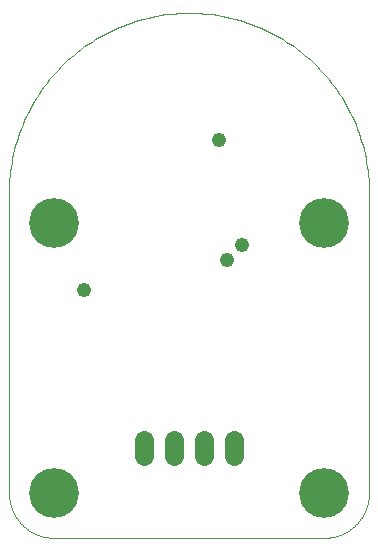
<source format=gbs>
G75*
%MOIN*%
%OFA0B0*%
%FSLAX25Y25*%
%IPPOS*%
%LPD*%
%AMOC8*
5,1,8,0,0,1.08239X$1,22.5*
%
%ADD10C,0.00000*%
%ADD11C,0.06343*%
%ADD12C,0.16611*%
%ADD13C,0.04800*%
D10*
X0001500Y0016500D02*
X0001500Y0116500D01*
X0001518Y0117961D01*
X0001571Y0119421D01*
X0001660Y0120880D01*
X0001784Y0122336D01*
X0001944Y0123788D01*
X0002139Y0125236D01*
X0002370Y0126679D01*
X0002635Y0128116D01*
X0002935Y0129546D01*
X0003270Y0130968D01*
X0003640Y0132382D01*
X0004044Y0133786D01*
X0004482Y0135180D01*
X0004954Y0136563D01*
X0005459Y0137934D01*
X0005998Y0139292D01*
X0006569Y0140637D01*
X0007173Y0141967D01*
X0007809Y0143283D01*
X0008477Y0144582D01*
X0009177Y0145865D01*
X0009908Y0147130D01*
X0010669Y0148378D01*
X0011460Y0149606D01*
X0012281Y0150815D01*
X0013131Y0152003D01*
X0014010Y0153170D01*
X0014917Y0154316D01*
X0015852Y0155439D01*
X0016814Y0156539D01*
X0017802Y0157615D01*
X0018816Y0158667D01*
X0019856Y0159694D01*
X0020920Y0160695D01*
X0022008Y0161671D01*
X0023120Y0162619D01*
X0024254Y0163540D01*
X0025411Y0164433D01*
X0026588Y0165297D01*
X0027787Y0166133D01*
X0029006Y0166939D01*
X0030244Y0167716D01*
X0031500Y0168462D01*
X0032774Y0169177D01*
X0034065Y0169861D01*
X0035373Y0170513D01*
X0036696Y0171133D01*
X0038034Y0171721D01*
X0039385Y0172276D01*
X0040750Y0172798D01*
X0042127Y0173286D01*
X0043516Y0173741D01*
X0044915Y0174162D01*
X0046324Y0174549D01*
X0047742Y0174901D01*
X0049168Y0175219D01*
X0050602Y0175502D01*
X0052042Y0175750D01*
X0053487Y0175963D01*
X0054938Y0176140D01*
X0056392Y0176282D01*
X0057849Y0176389D01*
X0059309Y0176460D01*
X0060769Y0176496D01*
X0062231Y0176496D01*
X0063691Y0176460D01*
X0065151Y0176389D01*
X0066608Y0176282D01*
X0068062Y0176140D01*
X0069513Y0175963D01*
X0070958Y0175750D01*
X0072398Y0175502D01*
X0073832Y0175219D01*
X0075258Y0174901D01*
X0076676Y0174549D01*
X0078085Y0174162D01*
X0079484Y0173741D01*
X0080873Y0173286D01*
X0082250Y0172798D01*
X0083615Y0172276D01*
X0084966Y0171721D01*
X0086304Y0171133D01*
X0087627Y0170513D01*
X0088935Y0169861D01*
X0090226Y0169177D01*
X0091500Y0168462D01*
X0092756Y0167716D01*
X0093994Y0166939D01*
X0095213Y0166133D01*
X0096412Y0165297D01*
X0097589Y0164433D01*
X0098746Y0163540D01*
X0099880Y0162619D01*
X0100992Y0161671D01*
X0102080Y0160695D01*
X0103144Y0159694D01*
X0104184Y0158667D01*
X0105198Y0157615D01*
X0106186Y0156539D01*
X0107148Y0155439D01*
X0108083Y0154316D01*
X0108990Y0153170D01*
X0109869Y0152003D01*
X0110719Y0150815D01*
X0111540Y0149606D01*
X0112331Y0148378D01*
X0113092Y0147130D01*
X0113823Y0145865D01*
X0114523Y0144582D01*
X0115191Y0143283D01*
X0115827Y0141967D01*
X0116431Y0140637D01*
X0117002Y0139292D01*
X0117541Y0137934D01*
X0118046Y0136563D01*
X0118518Y0135180D01*
X0118956Y0133786D01*
X0119360Y0132382D01*
X0119730Y0130968D01*
X0120065Y0129546D01*
X0120365Y0128116D01*
X0120630Y0126679D01*
X0120861Y0125236D01*
X0121056Y0123788D01*
X0121216Y0122336D01*
X0121340Y0120880D01*
X0121429Y0119421D01*
X0121482Y0117961D01*
X0121500Y0116500D01*
X0121500Y0016500D01*
X0121496Y0016138D01*
X0121482Y0015775D01*
X0121461Y0015413D01*
X0121430Y0015052D01*
X0121391Y0014692D01*
X0121343Y0014333D01*
X0121286Y0013975D01*
X0121221Y0013618D01*
X0121147Y0013263D01*
X0121064Y0012910D01*
X0120973Y0012559D01*
X0120874Y0012211D01*
X0120766Y0011865D01*
X0120650Y0011521D01*
X0120525Y0011181D01*
X0120393Y0010844D01*
X0120252Y0010510D01*
X0120103Y0010179D01*
X0119946Y0009852D01*
X0119782Y0009529D01*
X0119610Y0009210D01*
X0119430Y0008896D01*
X0119242Y0008585D01*
X0119047Y0008280D01*
X0118845Y0007979D01*
X0118635Y0007683D01*
X0118419Y0007393D01*
X0118195Y0007107D01*
X0117965Y0006827D01*
X0117728Y0006553D01*
X0117484Y0006285D01*
X0117234Y0006022D01*
X0116978Y0005766D01*
X0116715Y0005516D01*
X0116447Y0005272D01*
X0116173Y0005035D01*
X0115893Y0004805D01*
X0115607Y0004581D01*
X0115317Y0004365D01*
X0115021Y0004155D01*
X0114720Y0003953D01*
X0114415Y0003758D01*
X0114104Y0003570D01*
X0113790Y0003390D01*
X0113471Y0003218D01*
X0113148Y0003054D01*
X0112821Y0002897D01*
X0112490Y0002748D01*
X0112156Y0002607D01*
X0111819Y0002475D01*
X0111479Y0002350D01*
X0111135Y0002234D01*
X0110789Y0002126D01*
X0110441Y0002027D01*
X0110090Y0001936D01*
X0109737Y0001853D01*
X0109382Y0001779D01*
X0109025Y0001714D01*
X0108667Y0001657D01*
X0108308Y0001609D01*
X0107948Y0001570D01*
X0107587Y0001539D01*
X0107225Y0001518D01*
X0106862Y0001504D01*
X0106500Y0001500D01*
X0016500Y0001500D01*
X0016138Y0001504D01*
X0015775Y0001518D01*
X0015413Y0001539D01*
X0015052Y0001570D01*
X0014692Y0001609D01*
X0014333Y0001657D01*
X0013975Y0001714D01*
X0013618Y0001779D01*
X0013263Y0001853D01*
X0012910Y0001936D01*
X0012559Y0002027D01*
X0012211Y0002126D01*
X0011865Y0002234D01*
X0011521Y0002350D01*
X0011181Y0002475D01*
X0010844Y0002607D01*
X0010510Y0002748D01*
X0010179Y0002897D01*
X0009852Y0003054D01*
X0009529Y0003218D01*
X0009210Y0003390D01*
X0008896Y0003570D01*
X0008585Y0003758D01*
X0008280Y0003953D01*
X0007979Y0004155D01*
X0007683Y0004365D01*
X0007393Y0004581D01*
X0007107Y0004805D01*
X0006827Y0005035D01*
X0006553Y0005272D01*
X0006285Y0005516D01*
X0006022Y0005766D01*
X0005766Y0006022D01*
X0005516Y0006285D01*
X0005272Y0006553D01*
X0005035Y0006827D01*
X0004805Y0007107D01*
X0004581Y0007393D01*
X0004365Y0007683D01*
X0004155Y0007979D01*
X0003953Y0008280D01*
X0003758Y0008585D01*
X0003570Y0008896D01*
X0003390Y0009210D01*
X0003218Y0009529D01*
X0003054Y0009852D01*
X0002897Y0010179D01*
X0002748Y0010510D01*
X0002607Y0010844D01*
X0002475Y0011181D01*
X0002350Y0011521D01*
X0002234Y0011865D01*
X0002126Y0012211D01*
X0002027Y0012559D01*
X0001936Y0012910D01*
X0001853Y0013263D01*
X0001779Y0013618D01*
X0001714Y0013975D01*
X0001657Y0014333D01*
X0001609Y0014692D01*
X0001570Y0015052D01*
X0001539Y0015413D01*
X0001518Y0015775D01*
X0001504Y0016138D01*
X0001500Y0016500D01*
D11*
X0046500Y0028728D02*
X0046500Y0034272D01*
X0056500Y0034272D02*
X0056500Y0028728D01*
X0066500Y0028728D02*
X0066500Y0034272D01*
X0076500Y0034272D02*
X0076500Y0028728D01*
D12*
X0106500Y0016500D03*
X0106500Y0106500D03*
X0016500Y0106500D03*
X0016500Y0016500D03*
D13*
X0026500Y0084000D03*
X0071500Y0134000D03*
X0079000Y0099000D03*
X0074000Y0094000D03*
M02*

</source>
